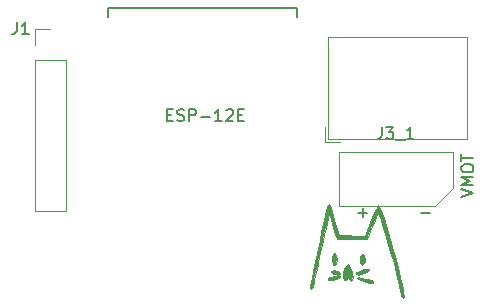
<source format=gbr>
G04 #@! TF.GenerationSoftware,KiCad,Pcbnew,(5.1.5)-3*
G04 #@! TF.CreationDate,2020-04-12T01:01:47+02:00*
G04 #@! TF.ProjectId,schinkli_brain,73636869-6e6b-46c6-995f-627261696e2e,rev?*
G04 #@! TF.SameCoordinates,Original*
G04 #@! TF.FileFunction,Legend,Top*
G04 #@! TF.FilePolarity,Positive*
%FSLAX46Y46*%
G04 Gerber Fmt 4.6, Leading zero omitted, Abs format (unit mm)*
G04 Created by KiCad (PCBNEW (5.1.5)-3) date 2020-04-12 01:01:47*
%MOMM*%
%LPD*%
G04 APERTURE LIST*
%ADD10C,0.150000*%
%ADD11C,0.120000*%
%ADD12C,0.010000*%
%ADD13C,0.152400*%
G04 APERTURE END LIST*
D10*
X84925047Y-122677428D02*
X85686952Y-122677428D01*
X79591047Y-122677428D02*
X80352952Y-122677428D01*
X79972000Y-123058380D02*
X79972000Y-122296476D01*
D11*
X87592000Y-117526000D02*
X87592000Y-120574000D01*
X77940000Y-117526000D02*
X87592000Y-117526000D01*
X86068000Y-122098000D02*
X87592000Y-120574000D01*
X77940000Y-122098000D02*
X86068000Y-122098000D01*
X77940000Y-117526000D02*
X77940000Y-122098000D01*
X52170000Y-107170000D02*
X53500000Y-107170000D01*
X52170000Y-108500000D02*
X52170000Y-107170000D01*
X52170000Y-109770000D02*
X54830000Y-109770000D01*
X54830000Y-109770000D02*
X54830000Y-122530000D01*
X52170000Y-109770000D02*
X52170000Y-122530000D01*
X52170000Y-122530000D02*
X54830000Y-122530000D01*
D12*
G36*
X80011988Y-126231839D02*
G01*
X80092895Y-126400109D01*
X80131985Y-126629588D01*
X80114844Y-126866465D01*
X80101336Y-126916639D01*
X79999570Y-127059214D01*
X79862620Y-127084808D01*
X79754995Y-126982600D01*
X79752034Y-126975237D01*
X79715405Y-126762200D01*
X79733060Y-126517863D01*
X79793088Y-126304793D01*
X79883581Y-126185559D01*
X79903673Y-126178592D01*
X80011988Y-126231839D01*
G37*
X80011988Y-126231839D02*
X80092895Y-126400109D01*
X80131985Y-126629588D01*
X80114844Y-126866465D01*
X80101336Y-126916639D01*
X79999570Y-127059214D01*
X79862620Y-127084808D01*
X79754995Y-126982600D01*
X79752034Y-126975237D01*
X79715405Y-126762200D01*
X79733060Y-126517863D01*
X79793088Y-126304793D01*
X79883581Y-126185559D01*
X79903673Y-126178592D01*
X80011988Y-126231839D01*
G36*
X77647615Y-126197173D02*
G01*
X77684597Y-126285309D01*
X77766380Y-126664733D01*
X77696746Y-126987288D01*
X77683021Y-127014233D01*
X77563130Y-127159273D01*
X77454910Y-127140887D01*
X77398725Y-127044075D01*
X77351171Y-126807769D01*
X77353458Y-126533885D01*
X77399650Y-126292904D01*
X77472930Y-126163164D01*
X77573198Y-126114909D01*
X77647615Y-126197173D01*
G37*
X77647615Y-126197173D02*
X77684597Y-126285309D01*
X77766380Y-126664733D01*
X77696746Y-126987288D01*
X77683021Y-127014233D01*
X77563130Y-127159273D01*
X77454910Y-127140887D01*
X77398725Y-127044075D01*
X77351171Y-126807769D01*
X77353458Y-126533885D01*
X77399650Y-126292904D01*
X77472930Y-126163164D01*
X77573198Y-126114909D01*
X77647615Y-126197173D01*
G36*
X80460693Y-127472558D02*
G01*
X80480000Y-127543538D01*
X80405850Y-127627939D01*
X80214537Y-127728759D01*
X80028058Y-127797538D01*
X79741012Y-127886288D01*
X79574331Y-127927347D01*
X79486975Y-127924224D01*
X79437902Y-127880429D01*
X79418185Y-127849700D01*
X79385048Y-127784914D01*
X79406083Y-127736637D01*
X79513404Y-127683620D01*
X79739120Y-127604612D01*
X79838916Y-127571264D01*
X80166663Y-127471464D01*
X80365316Y-127438934D01*
X80460693Y-127472558D01*
G37*
X80460693Y-127472558D02*
X80480000Y-127543538D01*
X80405850Y-127627939D01*
X80214537Y-127728759D01*
X80028058Y-127797538D01*
X79741012Y-127886288D01*
X79574331Y-127927347D01*
X79486975Y-127924224D01*
X79437902Y-127880429D01*
X79418185Y-127849700D01*
X79385048Y-127784914D01*
X79406083Y-127736637D01*
X79513404Y-127683620D01*
X79739120Y-127604612D01*
X79838916Y-127571264D01*
X80166663Y-127471464D01*
X80365316Y-127438934D01*
X80460693Y-127472558D01*
G36*
X77794175Y-127640562D02*
G01*
X77964752Y-127708153D01*
X78023674Y-127797679D01*
X78024667Y-127814613D01*
X77997536Y-127902813D01*
X77894110Y-127925585D01*
X77681339Y-127884884D01*
X77532081Y-127843786D01*
X77355994Y-127757637D01*
X77289960Y-127658658D01*
X77341791Y-127588529D01*
X77483117Y-127582550D01*
X77794175Y-127640562D01*
G37*
X77794175Y-127640562D02*
X77964752Y-127708153D01*
X78023674Y-127797679D01*
X78024667Y-127814613D01*
X77997536Y-127902813D01*
X77894110Y-127925585D01*
X77681339Y-127884884D01*
X77532081Y-127843786D01*
X77355994Y-127757637D01*
X77289960Y-127658658D01*
X77341791Y-127588529D01*
X77483117Y-127582550D01*
X77794175Y-127640562D01*
G36*
X78806493Y-127127350D02*
G01*
X78910019Y-127340410D01*
X79009895Y-127615054D01*
X79087545Y-127899083D01*
X79124394Y-128140296D01*
X79125264Y-128172833D01*
X79082728Y-128379773D01*
X78978669Y-128452104D01*
X78848616Y-128376099D01*
X78796567Y-128299833D01*
X78726025Y-128196592D01*
X78678784Y-128243950D01*
X78656302Y-128299833D01*
X78546433Y-128429702D01*
X78412044Y-128421491D01*
X78330058Y-128314075D01*
X78287822Y-128120206D01*
X78278667Y-127986171D01*
X78310395Y-127792990D01*
X78390614Y-127551720D01*
X78496875Y-127311326D01*
X78606729Y-127120778D01*
X78697729Y-127029042D01*
X78717894Y-127028076D01*
X78806493Y-127127350D01*
G37*
X78806493Y-127127350D02*
X78910019Y-127340410D01*
X79009895Y-127615054D01*
X79087545Y-127899083D01*
X79124394Y-128140296D01*
X79125264Y-128172833D01*
X79082728Y-128379773D01*
X78978669Y-128452104D01*
X78848616Y-128376099D01*
X78796567Y-128299833D01*
X78726025Y-128196592D01*
X78678784Y-128243950D01*
X78656302Y-128299833D01*
X78546433Y-128429702D01*
X78412044Y-128421491D01*
X78330058Y-128314075D01*
X78287822Y-128120206D01*
X78278667Y-127986171D01*
X78310395Y-127792990D01*
X78390614Y-127551720D01*
X78496875Y-127311326D01*
X78606729Y-127120778D01*
X78697729Y-127029042D01*
X78717894Y-127028076D01*
X78806493Y-127127350D01*
G36*
X77991995Y-128066623D02*
G01*
X78024655Y-128140476D01*
X78024667Y-128142642D01*
X77943716Y-128250478D01*
X77710953Y-128321427D01*
X77707167Y-128322041D01*
X77441057Y-128367077D01*
X77216054Y-128408743D01*
X77199167Y-128412158D01*
X77045113Y-128405307D01*
X77008667Y-128319956D01*
X77025945Y-128229657D01*
X77101211Y-128168464D01*
X77269605Y-128121962D01*
X77566270Y-128075733D01*
X77622500Y-128068132D01*
X77870670Y-128044866D01*
X77991995Y-128066623D01*
G37*
X77991995Y-128066623D02*
X78024655Y-128140476D01*
X78024667Y-128142642D01*
X77943716Y-128250478D01*
X77710953Y-128321427D01*
X77707167Y-128322041D01*
X77441057Y-128367077D01*
X77216054Y-128408743D01*
X77199167Y-128412158D01*
X77045113Y-128405307D01*
X77008667Y-128319956D01*
X77025945Y-128229657D01*
X77101211Y-128168464D01*
X77269605Y-128121962D01*
X77566270Y-128075733D01*
X77622500Y-128068132D01*
X77870670Y-128044866D01*
X77991995Y-128066623D01*
G36*
X79841583Y-128181036D02*
G01*
X80236672Y-128266764D01*
X80412035Y-128315915D01*
X80695911Y-128413214D01*
X80832880Y-128499800D01*
X80847477Y-128579710D01*
X80822984Y-128643618D01*
X80787084Y-128677177D01*
X80706390Y-128677051D01*
X80547510Y-128639906D01*
X80277054Y-128562406D01*
X80071474Y-128502197D01*
X79780773Y-128406113D01*
X79570906Y-128315257D01*
X79479432Y-128246479D01*
X79478807Y-128236333D01*
X79587223Y-128170744D01*
X79841583Y-128181036D01*
G37*
X79841583Y-128181036D02*
X80236672Y-128266764D01*
X80412035Y-128315915D01*
X80695911Y-128413214D01*
X80832880Y-128499800D01*
X80847477Y-128579710D01*
X80822984Y-128643618D01*
X80787084Y-128677177D01*
X80706390Y-128677051D01*
X80547510Y-128639906D01*
X80277054Y-128562406D01*
X80071474Y-128502197D01*
X79780773Y-128406113D01*
X79570906Y-128315257D01*
X79479432Y-128246479D01*
X79478807Y-128236333D01*
X79587223Y-128170744D01*
X79841583Y-128181036D01*
G36*
X77164383Y-122046177D02*
G01*
X77261520Y-122274540D01*
X77386652Y-122660339D01*
X77541293Y-123207821D01*
X77561571Y-123283333D01*
X77912359Y-124595667D01*
X80183667Y-124640409D01*
X80691667Y-123348038D01*
X80866491Y-122915786D01*
X81025826Y-122545036D01*
X81157639Y-122262007D01*
X81249899Y-122092923D01*
X81284333Y-122056399D01*
X81345798Y-122135576D01*
X81443125Y-122359312D01*
X81570692Y-122707991D01*
X81722875Y-123162000D01*
X81894053Y-123701724D01*
X82078600Y-124307548D01*
X82270895Y-124959858D01*
X82465314Y-125639040D01*
X82656233Y-126325479D01*
X82838031Y-126999560D01*
X83005083Y-127641670D01*
X83151767Y-128232193D01*
X83272459Y-128751516D01*
X83361537Y-129180023D01*
X83409873Y-129470645D01*
X83433909Y-129725434D01*
X83414077Y-129852027D01*
X83344264Y-129887300D01*
X83340800Y-129887333D01*
X83258315Y-129824545D01*
X83182496Y-129625262D01*
X83107181Y-129273500D01*
X83034495Y-128910087D01*
X82930065Y-128450384D01*
X82799507Y-127914287D01*
X82648435Y-127321690D01*
X82482466Y-126692491D01*
X82307215Y-126046585D01*
X82128297Y-125403867D01*
X81951328Y-124784235D01*
X81781923Y-124207583D01*
X81625698Y-123693808D01*
X81488268Y-123262805D01*
X81375248Y-122934470D01*
X81292255Y-122728700D01*
X81244903Y-122665389D01*
X81242631Y-122667299D01*
X81193510Y-122766683D01*
X81096938Y-122993259D01*
X80965719Y-123315971D01*
X80812658Y-123703762D01*
X80770530Y-123812283D01*
X80353000Y-124891566D01*
X79059738Y-124891783D01*
X77766475Y-124892000D01*
X77687120Y-124683281D01*
X77633409Y-124516357D01*
X77550789Y-124229757D01*
X77451815Y-123867983D01*
X77376127Y-123580747D01*
X77278672Y-123232704D01*
X77190363Y-122967940D01*
X77121653Y-122814748D01*
X77085738Y-122794632D01*
X77057584Y-122894697D01*
X76999373Y-123137624D01*
X76916069Y-123500605D01*
X76812633Y-123960830D01*
X76694029Y-124495490D01*
X76565221Y-125081776D01*
X76431170Y-125696877D01*
X76296839Y-126317985D01*
X76167192Y-126922289D01*
X76047192Y-127486982D01*
X75941801Y-127989252D01*
X75855982Y-128406291D01*
X75794698Y-128715289D01*
X75777383Y-128807833D01*
X75709536Y-129024432D01*
X75616931Y-129123405D01*
X75602244Y-129125333D01*
X75495699Y-129064576D01*
X75484260Y-129019500D01*
X75501540Y-128903376D01*
X75550986Y-128641026D01*
X75628580Y-128251649D01*
X75730305Y-127754442D01*
X75852145Y-127168601D01*
X75990082Y-126513324D01*
X76140100Y-125807809D01*
X76298182Y-125071254D01*
X76460311Y-124322854D01*
X76613630Y-123622000D01*
X76754586Y-122999980D01*
X76870003Y-122534366D01*
X76962934Y-122214662D01*
X77036432Y-122030373D01*
X77093547Y-121971001D01*
X77093727Y-121971000D01*
X77164383Y-122046177D01*
G37*
X77164383Y-122046177D02*
X77261520Y-122274540D01*
X77386652Y-122660339D01*
X77541293Y-123207821D01*
X77561571Y-123283333D01*
X77912359Y-124595667D01*
X80183667Y-124640409D01*
X80691667Y-123348038D01*
X80866491Y-122915786D01*
X81025826Y-122545036D01*
X81157639Y-122262007D01*
X81249899Y-122092923D01*
X81284333Y-122056399D01*
X81345798Y-122135576D01*
X81443125Y-122359312D01*
X81570692Y-122707991D01*
X81722875Y-123162000D01*
X81894053Y-123701724D01*
X82078600Y-124307548D01*
X82270895Y-124959858D01*
X82465314Y-125639040D01*
X82656233Y-126325479D01*
X82838031Y-126999560D01*
X83005083Y-127641670D01*
X83151767Y-128232193D01*
X83272459Y-128751516D01*
X83361537Y-129180023D01*
X83409873Y-129470645D01*
X83433909Y-129725434D01*
X83414077Y-129852027D01*
X83344264Y-129887300D01*
X83340800Y-129887333D01*
X83258315Y-129824545D01*
X83182496Y-129625262D01*
X83107181Y-129273500D01*
X83034495Y-128910087D01*
X82930065Y-128450384D01*
X82799507Y-127914287D01*
X82648435Y-127321690D01*
X82482466Y-126692491D01*
X82307215Y-126046585D01*
X82128297Y-125403867D01*
X81951328Y-124784235D01*
X81781923Y-124207583D01*
X81625698Y-123693808D01*
X81488268Y-123262805D01*
X81375248Y-122934470D01*
X81292255Y-122728700D01*
X81244903Y-122665389D01*
X81242631Y-122667299D01*
X81193510Y-122766683D01*
X81096938Y-122993259D01*
X80965719Y-123315971D01*
X80812658Y-123703762D01*
X80770530Y-123812283D01*
X80353000Y-124891566D01*
X79059738Y-124891783D01*
X77766475Y-124892000D01*
X77687120Y-124683281D01*
X77633409Y-124516357D01*
X77550789Y-124229757D01*
X77451815Y-123867983D01*
X77376127Y-123580747D01*
X77278672Y-123232704D01*
X77190363Y-122967940D01*
X77121653Y-122814748D01*
X77085738Y-122794632D01*
X77057584Y-122894697D01*
X76999373Y-123137624D01*
X76916069Y-123500605D01*
X76812633Y-123960830D01*
X76694029Y-124495490D01*
X76565221Y-125081776D01*
X76431170Y-125696877D01*
X76296839Y-126317985D01*
X76167192Y-126922289D01*
X76047192Y-127486982D01*
X75941801Y-127989252D01*
X75855982Y-128406291D01*
X75794698Y-128715289D01*
X75777383Y-128807833D01*
X75709536Y-129024432D01*
X75616931Y-129123405D01*
X75602244Y-129125333D01*
X75495699Y-129064576D01*
X75484260Y-129019500D01*
X75501540Y-128903376D01*
X75550986Y-128641026D01*
X75628580Y-128251649D01*
X75730305Y-127754442D01*
X75852145Y-127168601D01*
X75990082Y-126513324D01*
X76140100Y-125807809D01*
X76298182Y-125071254D01*
X76460311Y-124322854D01*
X76613630Y-123622000D01*
X76754586Y-122999980D01*
X76870003Y-122534366D01*
X76962934Y-122214662D01*
X77036432Y-122030373D01*
X77093547Y-121971001D01*
X77093727Y-121971000D01*
X77164383Y-122046177D01*
D13*
X58382000Y-105379000D02*
X58382000Y-106141000D01*
X74384000Y-105379000D02*
X58382000Y-105379000D01*
X74384000Y-106141000D02*
X74384000Y-105379000D01*
D11*
X76789000Y-116700000D02*
X78029000Y-116700000D01*
X76789000Y-115460000D02*
X76789000Y-116700000D01*
X88750000Y-107840000D02*
X88750000Y-116460000D01*
X77029000Y-107840000D02*
X77029000Y-116460000D01*
X77029000Y-116460000D02*
X88750000Y-116460000D01*
X77029000Y-107840000D02*
X88750000Y-107840000D01*
D10*
X50682666Y-106564380D02*
X50682666Y-107278666D01*
X50635047Y-107421523D01*
X50539809Y-107516761D01*
X50396952Y-107564380D01*
X50301714Y-107564380D01*
X51682666Y-107564380D02*
X51111238Y-107564380D01*
X51396952Y-107564380D02*
X51396952Y-106564380D01*
X51301714Y-106707238D01*
X51206476Y-106802476D01*
X51111238Y-106850095D01*
X81549523Y-115442380D02*
X81549523Y-116156666D01*
X81501904Y-116299523D01*
X81406666Y-116394761D01*
X81263809Y-116442380D01*
X81168571Y-116442380D01*
X81930476Y-115442380D02*
X82549523Y-115442380D01*
X82216190Y-115823333D01*
X82359047Y-115823333D01*
X82454285Y-115870952D01*
X82501904Y-115918571D01*
X82549523Y-116013809D01*
X82549523Y-116251904D01*
X82501904Y-116347142D01*
X82454285Y-116394761D01*
X82359047Y-116442380D01*
X82073333Y-116442380D01*
X81978095Y-116394761D01*
X81930476Y-116347142D01*
X82740000Y-116537619D02*
X83501904Y-116537619D01*
X84263809Y-116442380D02*
X83692380Y-116442380D01*
X83978095Y-116442380D02*
X83978095Y-115442380D01*
X83882857Y-115585238D01*
X83787619Y-115680476D01*
X83692380Y-115728095D01*
X88314380Y-121367523D02*
X89314380Y-121034190D01*
X88314380Y-120700857D01*
X89314380Y-120367523D02*
X88314380Y-120367523D01*
X89028666Y-120034190D01*
X88314380Y-119700857D01*
X89314380Y-119700857D01*
X88314380Y-119034190D02*
X88314380Y-118843714D01*
X88362000Y-118748476D01*
X88457238Y-118653238D01*
X88647714Y-118605619D01*
X88981047Y-118605619D01*
X89171523Y-118653238D01*
X89266761Y-118748476D01*
X89314380Y-118843714D01*
X89314380Y-119034190D01*
X89266761Y-119129428D01*
X89171523Y-119224666D01*
X88981047Y-119272285D01*
X88647714Y-119272285D01*
X88457238Y-119224666D01*
X88362000Y-119129428D01*
X88314380Y-119034190D01*
X88314380Y-118319904D02*
X88314380Y-117748476D01*
X89314380Y-118034190D02*
X88314380Y-118034190D01*
X63409714Y-114406571D02*
X63743047Y-114406571D01*
X63885904Y-114930380D02*
X63409714Y-114930380D01*
X63409714Y-113930380D01*
X63885904Y-113930380D01*
X64266857Y-114882761D02*
X64409714Y-114930380D01*
X64647809Y-114930380D01*
X64743047Y-114882761D01*
X64790666Y-114835142D01*
X64838285Y-114739904D01*
X64838285Y-114644666D01*
X64790666Y-114549428D01*
X64743047Y-114501809D01*
X64647809Y-114454190D01*
X64457333Y-114406571D01*
X64362095Y-114358952D01*
X64314476Y-114311333D01*
X64266857Y-114216095D01*
X64266857Y-114120857D01*
X64314476Y-114025619D01*
X64362095Y-113978000D01*
X64457333Y-113930380D01*
X64695428Y-113930380D01*
X64838285Y-113978000D01*
X65266857Y-114930380D02*
X65266857Y-113930380D01*
X65647809Y-113930380D01*
X65743047Y-113978000D01*
X65790666Y-114025619D01*
X65838285Y-114120857D01*
X65838285Y-114263714D01*
X65790666Y-114358952D01*
X65743047Y-114406571D01*
X65647809Y-114454190D01*
X65266857Y-114454190D01*
X66266857Y-114549428D02*
X67028761Y-114549428D01*
X68028761Y-114930380D02*
X67457333Y-114930380D01*
X67743047Y-114930380D02*
X67743047Y-113930380D01*
X67647809Y-114073238D01*
X67552571Y-114168476D01*
X67457333Y-114216095D01*
X68409714Y-114025619D02*
X68457333Y-113978000D01*
X68552571Y-113930380D01*
X68790666Y-113930380D01*
X68885904Y-113978000D01*
X68933523Y-114025619D01*
X68981142Y-114120857D01*
X68981142Y-114216095D01*
X68933523Y-114358952D01*
X68362095Y-114930380D01*
X68981142Y-114930380D01*
X69409714Y-114406571D02*
X69743047Y-114406571D01*
X69885904Y-114930380D02*
X69409714Y-114930380D01*
X69409714Y-113930380D01*
X69885904Y-113930380D01*
M02*

</source>
